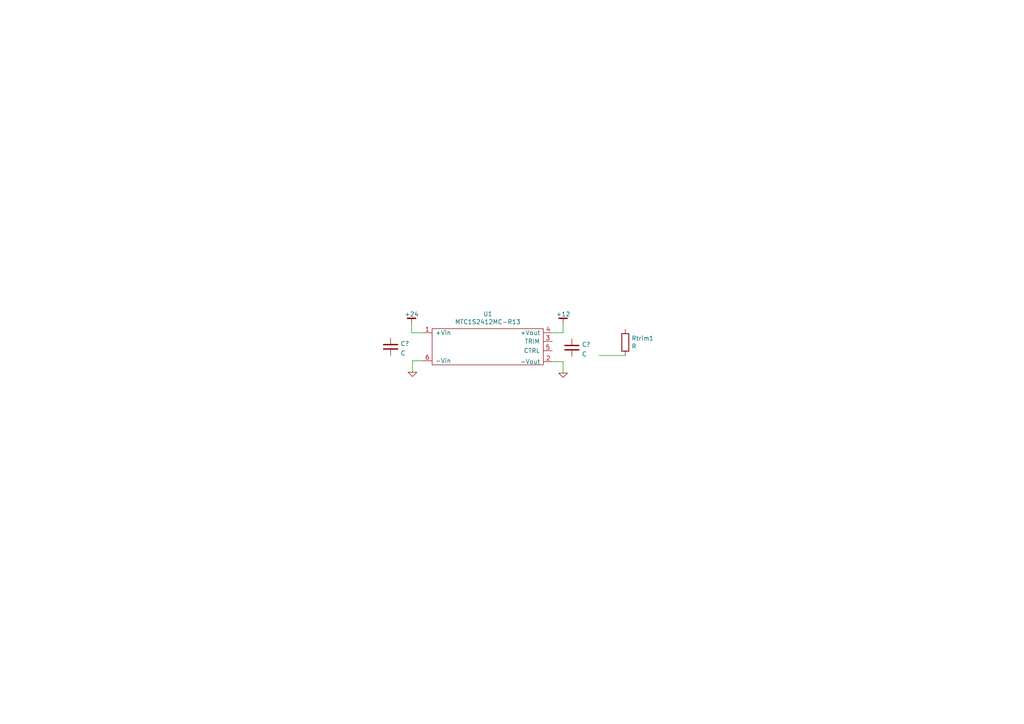
<source format=kicad_sch>
(kicad_sch (version 20210621) (generator eeschema)
  (paper "A4")
  (lib_symbols
    (symbol "Converter_DCDC:MTC1S2412MC-R13" (pin_names (offset 1.016))
      (property "Reference" "U1" (at 0 12.065 0))
      (property "Value" "MTC1S2412MC-R13" (at 0 9.7536 0))
      (symbol "MTC1S2412MC-R13_0_1"
        (rectangle (start -16.15 7.8) (end 16.1 -2.7) (stroke (width 0.1524)))
      )
      (symbol "MTC1S2412MC-R13_1_1"
        (pin input line (at -18.796 6.604 0) (length 2.54) (name "+Vin") (number "1"))
        (pin output line (at 18.796 -1.778 180) (length 2.54) (name "-Vout") (number "2"))
        (pin input line (at 18.7 4.1 180) (length 2.54) (name "TRIM") (number "3"))
        (pin output line (at 18.796 6.604 180) (length 2.54) (name "+Vout") (number "4"))
        (pin input line (at 18.7 1.4 180) (length 2.54) (name "CTRL") (number "5"))
        (pin input line (at -18.796 -1.524 0) (length 2.54) (name "-Vin") (number "6"))
      )
    )
    (symbol "Device:R" (pin_numbers hide) (pin_names (offset 0))
      (property "Reference" "R" (at 2.032 0 90))
      (property "Value" "Device_R" (at 0 0 90))
      (symbol "R_0_1"
        (rectangle (start -1.016 -2.54) (end 1.016 2.54) (stroke (width 0.254)))
      )
      (symbol "R_1_1"
        (pin passive line (at 0 3.81 270) (length 1.27) (name "~") (number "1"))
        (pin passive line (at 0 -3.81 90) (length 1.27) (name "~") (number "2"))
      )
    )
    (symbol "_passive:C" (pin_numbers hide) (pin_names (offset 0))
      (property "Reference" "C" (at 5.08 1.27 0))
      (property "Value" "C" (at 5.08 -1.27 0))
      (symbol "C_0_1"
        (polyline (pts (xy -2.032 -0.635) (xy 2.032 -0.635)) (stroke (width 0.381)))
        (polyline (pts (xy -2.032 0.635) (xy 2.032 0.635)) (stroke (width 0.381)))
        (polyline (pts (xy 0 -1.27) (xy 0 -1.016)))
        (polyline (pts (xy 0 -0.635) (xy 0 -1.016)))
        (polyline (pts (xy 0 0.635) (xy 0 1.27)))
      )
      (symbol "C_1_1"
        (pin passive line (at 0 2.54 270) (length 1.27) (name "~") (number "1"))
        (pin passive line (at 0 -2.54 90) (length 1.27) (name "~") (number "2"))
      )
    )
    (symbol "power1:+12" (power) (pin_names (offset 0))
      (property "Value" "+12" (at 0 2.54 0))
      (symbol "+12_0_1"
        (polyline (pts (xy 0 0.762) (xy 0 0)))
        (polyline (pts (xy 0 1.27) (xy 0 0.762)))
        (polyline (pts (xy -1.27 1.524) (xy 1.27 1.524) (xy 1.27 1.27) (xy -1.27 1.27) (xy -1.27 1.524)) (fill (type outline)))
      )
      (symbol "+12_1_1"
        (pin power_in line (at 0 0 90) (length 0) hide (name "+12") (number "1"))
      )
    )
    (symbol "power1:+24" (power) (pin_names (offset 0))
      (property "Value" "+24" (at 0 2.54 0))
      (symbol "+24_0_1"
        (polyline (pts (xy 0 0.762) (xy 0 0)))
        (polyline (pts (xy 0 1.27) (xy 0 0.762)))
        (polyline (pts (xy -1.27 1.524) (xy 1.27 1.524) (xy 1.27 1.27) (xy -1.27 1.27) (xy -1.27 1.524)) (fill (type outline)))
      )
      (symbol "+24_1_1"
        (pin power_in line (at 0 0 90) (length 0) hide (name "+24") (number "1"))
      )
    )
    (symbol "power1:GND" (power) (pin_names (offset 0))
      (symbol "GND_0_1"
        (polyline (pts (xy -1.27 0) (xy 0 -1.27) (xy 1.27 0) (xy -1.27 0)))
      )
      (symbol "GND_1_1"
        (pin power_in line (at 0 0 90) (length 0) hide (name "GND") (number "1"))
      )
    )
  )
  (wire (pts (xy 119.38 93.726) (xy 119.38 96.52)))
  (wire (pts (xy 119.38 96.52) (xy 122.682 96.52)))
  (wire (pts (xy 173.736 103.124) (xy 181.356 103.124)))
  (wire (pts (xy 160.274 104.902) (xy 163.322 104.902)))
  (wire (pts (xy 163.322 93.726) (xy 163.322 96.52)))
  (wire (pts (xy 160.274 96.52) (xy 163.322 96.52)))
  (wire (pts (xy 119.634 104.648) (xy 119.634 107.95)))
  (wire (pts (xy 122.682 104.648) (xy 119.634 104.648)))
  (wire (pts (xy 163.322 104.902) (xy 163.322 108.204)))
  (symbol (lib_id "Converter_DCDC:MTC1S2412MC-R13") (at 141.478 103.124 0) (unit 1)
    (property "Reference" "U1" (at 141.478 91.059 0))
    (property "Value" "MTC1S2412MC-R13" (at 141.478 93.3704 0))
    (property "Footprint" "Converter_DCDC:MTC1S2412MC-R13" (effects hide))
    (property "Datasheet" "https://www.murata.com/products/productdata/8807030358046/kdc-mtc1.pdf?1583754812000" (effects hide))
  )
  (symbol (lib_id "Device:R") (at 181.356 99.314 0) (unit 1)
    (property "Reference" "Rtrim1" (at 183.134 98.1456 0) (effects (justify left)))
    (property "Value" "R" (at 183.134 100.457 0) (effects (justify left)))
    (property "Footprint" "Resistor_SMD:R_0201_0603Metric_Pad0.64x0.40mm_HandSolder" (effects hide))
  )
  (symbol (lib_id "power1:GND") (at 163.322 108.204 0) (mirror y) (unit 1)
    (property "Reference" "#PWR?" (effects hide))
    (property "Value" "GND" (effects hide))
  )
  (symbol (lib_id "power1:+24") (at 119.38 93.726 0) (unit 1)
    (property "Reference" "#PWR?" (effects hide))
    (property "Value" "+24" (at 119.38 91.1375 0))
  )
  (symbol (lib_id "power1:GND") (at 119.634 107.95 0) (unit 1)
    (property "Reference" "#PWR?" (effects hide))
    (property "Value" "GND" (effects hide))
  )
  (symbol (lib_id "_passive:C") (at 113.284 100.584 0) (unit 1)
    (property "Reference" "C?" (at 116.1415 99.6755 0) (effects (justify left)))
    (property "Value" "C" (at 116.1415 102.4506 0) (effects (justify left)))
  )
  (symbol (lib_id "_passive:C") (at 165.862 100.838 0) (unit 1)
    (property "Reference" "C?" (at 168.7195 99.9295 0) (effects (justify left)))
    (property "Value" "C" (at 168.7195 102.7046 0) (effects (justify left)))
  )
  (symbol (lib_id "power1:+12") (at 163.322 93.726 0) (unit 1)
    (property "Reference" "#PWR?" (effects hide))
    (property "Value" "+12" (at 163.322 91.1375 0))
  )
)
</source>
